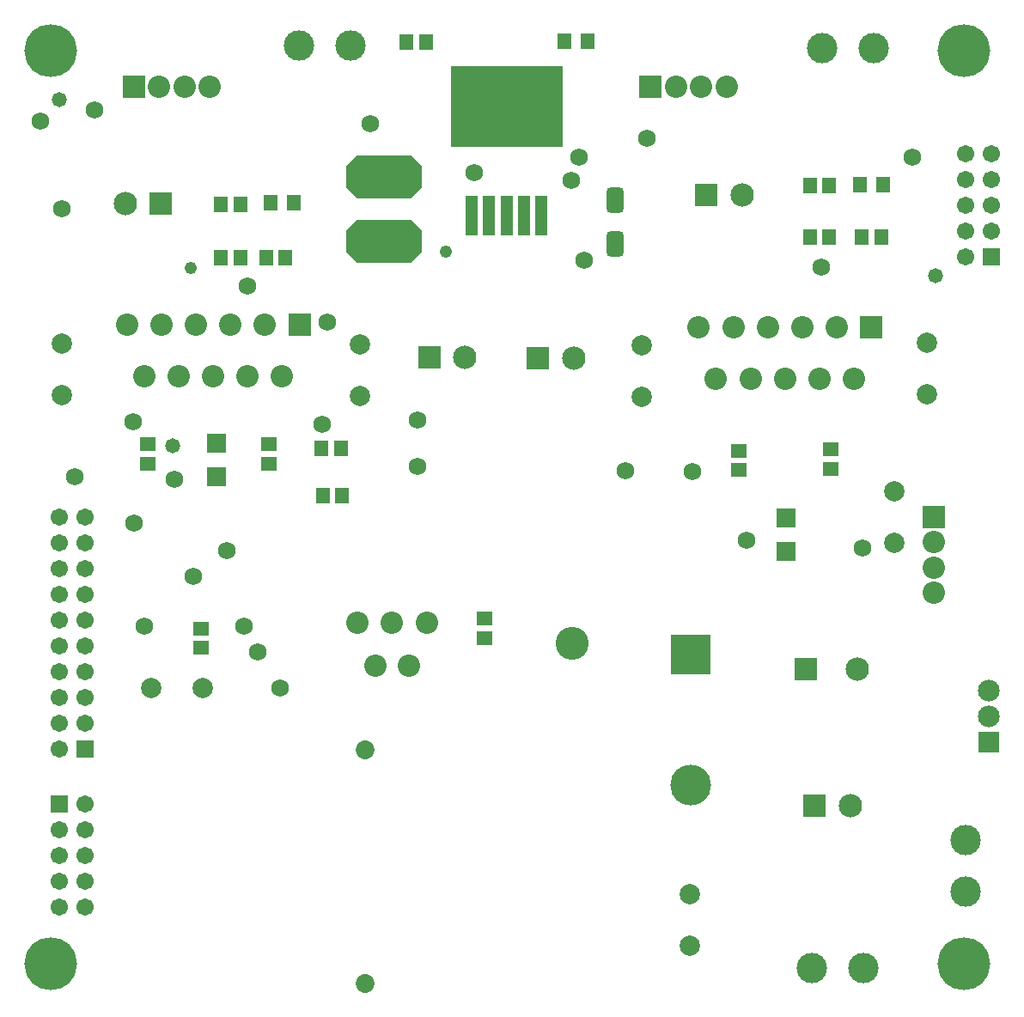
<source format=gts>
G04*
G04 #@! TF.GenerationSoftware,Altium Limited,Altium Designer,21.3.2 (30)*
G04*
G04 Layer_Color=8388736*
%FSTAX44Y44*%
%MOMM*%
G71*
G04*
G04 #@! TF.SameCoordinates,71E4571F-97C7-41C0-9591-7C9436880AE0*
G04*
G04*
G04 #@! TF.FilePolarity,Negative*
G04*
G01*
G75*
%ADD26R,11.0432X8.0832*%
%ADD27R,1.1932X3.9932*%
%ADD28R,1.4732X1.6002*%
%ADD29R,1.4032X1.6032*%
%ADD30R,1.6032X1.4032*%
%ADD31R,1.9032X1.9032*%
G04:AMPARAMS|DCode=32|XSize=7.5032mm|YSize=4.2032mm|CornerRadius=0mm|HoleSize=0mm|Usage=FLASHONLY|Rotation=180.000|XOffset=0mm|YOffset=0mm|HoleType=Round|Shape=Octagon|*
%AMOCTAGOND32*
4,1,8,-3.7516,1.0508,-3.7516,-1.0508,-2.7008,-2.1016,2.7008,-2.1016,3.7516,-1.0508,3.7516,1.0508,2.7008,2.1016,-2.7008,2.1016,-3.7516,1.0508,0.0*
%
%ADD32OCTAGOND32*%

G04:AMPARAMS|DCode=33|XSize=2.5332mm|YSize=1.7532mm|CornerRadius=0.4891mm|HoleSize=0mm|Usage=FLASHONLY|Rotation=270.000|XOffset=0mm|YOffset=0mm|HoleType=Round|Shape=RoundedRectangle|*
%AMROUNDEDRECTD33*
21,1,2.5332,0.7750,0,0,270.0*
21,1,1.5550,1.7532,0,0,270.0*
1,1,0.9782,-0.3875,-0.7775*
1,1,0.9782,-0.3875,0.7775*
1,1,0.9782,0.3875,0.7775*
1,1,0.9782,0.3875,-0.7775*
%
%ADD33ROUNDEDRECTD33*%
%ADD34R,2.2032X2.2032*%
%ADD35C,2.2032*%
%ADD36C,2.9972*%
%ADD37R,1.7032X1.7032*%
%ADD38C,1.7032*%
%ADD39R,2.3032X2.3032*%
%ADD40C,2.3032*%
%ADD41C,2.0032*%
%ADD42C,1.8532*%
%ADD43R,2.2032X2.2032*%
%ADD44C,2.1432*%
%ADD45R,2.1432X2.1432*%
%ADD46R,4.0132X4.0132*%
%ADD47C,4.0132*%
%ADD48C,5.2032*%
%ADD49C,1.7272*%
%ADD50C,1.4732*%
%ADD51C,3.2512*%
%ADD52C,1.2192*%
D26*
X0049911Y008944D02*
D03*
D27*
X0053311Y007869D02*
D03*
X0051611D02*
D03*
X0049911D02*
D03*
X0048211D02*
D03*
X0046511D02*
D03*
D28*
X0057912Y0095885D02*
D03*
X0055626D02*
D03*
X002667Y008001D02*
D03*
X0028956D02*
D03*
X0084709Y0081788D02*
D03*
X0086995D02*
D03*
D29*
X00419754Y00958242D02*
D03*
X00400754D02*
D03*
X00217786Y00798168D02*
D03*
X00236786D02*
D03*
X00217786Y00746098D02*
D03*
X00236786D02*
D03*
X00262236D02*
D03*
X00281236D02*
D03*
X00337116Y00511148D02*
D03*
X00318116D02*
D03*
X00316934Y00558192D02*
D03*
X00335934D02*
D03*
X00868272Y00766418D02*
D03*
X00849272D02*
D03*
X00798264Y00817288D02*
D03*
X00817264D02*
D03*
X00817176Y00766418D02*
D03*
X00798176D02*
D03*
D30*
X00145388Y00561994D02*
D03*
Y00542994D02*
D03*
X00264768Y00561994D02*
D03*
Y00542994D02*
D03*
X0047752Y0037084D02*
D03*
Y0038984D02*
D03*
X00198086Y00361296D02*
D03*
Y00380296D02*
D03*
X00728318Y00536644D02*
D03*
Y00555644D02*
D03*
X00818488Y00537914D02*
D03*
Y00556914D02*
D03*
D31*
X0021336Y005626D02*
D03*
Y005296D02*
D03*
X007747Y0045594D02*
D03*
Y0048894D02*
D03*
D32*
X0037846Y008255D02*
D03*
Y00762D02*
D03*
D33*
X0060579Y007597D02*
D03*
Y008024D02*
D03*
D34*
X0013161Y00914146D02*
D03*
X0064088D02*
D03*
D35*
X0015661D02*
D03*
X0018161D02*
D03*
X0020661D02*
D03*
X0036957Y00343662D02*
D03*
X00403098D02*
D03*
X0042037Y0038608D02*
D03*
X00386334D02*
D03*
X00352298D02*
D03*
X0012504Y0067945D02*
D03*
X0014204Y0062865D02*
D03*
X0015904Y0067945D02*
D03*
X0017604Y0062865D02*
D03*
X0019304Y0067945D02*
D03*
X0021004Y0062865D02*
D03*
X0022704Y0067945D02*
D03*
X0024404Y0062865D02*
D03*
X0026104Y0067945D02*
D03*
X0027804Y0062865D02*
D03*
X0066588Y00914146D02*
D03*
X0069088D02*
D03*
X0071588D02*
D03*
X0068863Y0067691D02*
D03*
X0070563Y0062611D02*
D03*
X0072263Y0067691D02*
D03*
X0073963Y0062611D02*
D03*
X0075663Y0067691D02*
D03*
X0077363Y0062611D02*
D03*
X0079063Y0067691D02*
D03*
X0080763Y0062611D02*
D03*
X0082463Y0067691D02*
D03*
X0084163Y0062611D02*
D03*
X00920496Y00465474D02*
D03*
Y00440474D02*
D03*
Y00415474D02*
D03*
D36*
X0095123Y0017145D02*
D03*
Y0012065D02*
D03*
X008509Y0004572D02*
D03*
X008001D02*
D03*
X0086106Y009525D02*
D03*
X0081026D02*
D03*
X0034544Y0095504D02*
D03*
X0029464D02*
D03*
D37*
X0005842Y0020701D02*
D03*
X0008382Y0026162D02*
D03*
X0097663Y0074676D02*
D03*
D38*
X0008382Y0020701D02*
D03*
X0005842Y0018161D02*
D03*
X0008382D02*
D03*
X0005842Y0015621D02*
D03*
X0008382D02*
D03*
X0005842Y0013081D02*
D03*
X0008382D02*
D03*
X0005842Y0010541D02*
D03*
X0008382D02*
D03*
X0005842Y0026162D02*
D03*
X0008382Y0028702D02*
D03*
X0005842D02*
D03*
X0008382Y0031242D02*
D03*
X0005842D02*
D03*
X0008382Y0033782D02*
D03*
X0005842D02*
D03*
X0008382Y0036322D02*
D03*
X0005842D02*
D03*
X0008382Y0038862D02*
D03*
X0005842D02*
D03*
X0008382Y0041402D02*
D03*
X0005842D02*
D03*
X0008382Y0043942D02*
D03*
X0005842D02*
D03*
X0008382Y0046482D02*
D03*
X0005842D02*
D03*
X0008382Y0049022D02*
D03*
X0005842D02*
D03*
X0095123Y0074676D02*
D03*
X0097663Y0077216D02*
D03*
X0095123D02*
D03*
X0097663Y0079756D02*
D03*
X0095123D02*
D03*
X0097663Y0082296D02*
D03*
X0095123D02*
D03*
X0097663Y0084836D02*
D03*
X0095123D02*
D03*
D39*
X0069624Y0080772D02*
D03*
X0015847Y0079883D02*
D03*
X0080292Y0020574D02*
D03*
X0079375Y0034036D02*
D03*
X0042319Y006477D02*
D03*
X0053015Y0064643D02*
D03*
D40*
X0073124Y0080772D02*
D03*
X0012347Y0079883D02*
D03*
X0083792Y0020574D02*
D03*
X0084455Y0034036D02*
D03*
X0045819Y006477D02*
D03*
X0056515Y0064643D02*
D03*
D41*
X0014859Y0032131D02*
D03*
X0019939D02*
D03*
X0091313Y0066167D02*
D03*
Y0061087D02*
D03*
X0088138Y0051562D02*
D03*
Y0046482D02*
D03*
X0035433Y006604D02*
D03*
Y006096D02*
D03*
X0006096Y00661334D02*
D03*
Y00610534D02*
D03*
X0067945Y0006731D02*
D03*
Y001185D02*
D03*
X0063246Y0060833D02*
D03*
Y0065913D02*
D03*
D42*
X0035941Y0026048D02*
D03*
Y0003048D02*
D03*
D43*
X0029504Y0067945D02*
D03*
X0085863Y0067691D02*
D03*
X00920496Y00490474D02*
D03*
D44*
X00974085Y0031877D02*
D03*
Y0029337D02*
D03*
D45*
Y0026797D02*
D03*
D46*
X0068072Y0035433D02*
D03*
D47*
Y0022606D02*
D03*
D48*
X0095Y0095D02*
D03*
X0005D02*
D03*
X0095Y0005D02*
D03*
X0005D02*
D03*
D49*
X0027559Y0032131D02*
D03*
X0041148Y0058547D02*
D03*
X003175Y0058166D02*
D03*
X0017145Y0052705D02*
D03*
X0084963Y0045974D02*
D03*
X0046736Y0082931D02*
D03*
X0068199Y0053467D02*
D03*
X0022352Y004572D02*
D03*
X0014224Y0038227D02*
D03*
X0024003D02*
D03*
X0007366Y0052959D02*
D03*
X0006096Y0079375D02*
D03*
X0073533Y0046736D02*
D03*
X0041148Y0053975D02*
D03*
X00254Y0035687D02*
D03*
X0061595Y0053594D02*
D03*
X0057531Y0074295D02*
D03*
X0013208Y0048387D02*
D03*
X001905Y004318D02*
D03*
X0032258Y0068199D02*
D03*
X0013081Y005842D02*
D03*
X0009271Y0089154D02*
D03*
X0003937Y0088011D02*
D03*
X0080899Y007366D02*
D03*
X0024384Y0071755D02*
D03*
X0089916Y0084455D02*
D03*
X0057023D02*
D03*
X0036449Y0087757D02*
D03*
X0063754Y008636D02*
D03*
X0056261Y0082169D02*
D03*
D50*
X00170433Y0056006D02*
D03*
X0047752Y0091948D02*
D03*
X0052197D02*
D03*
X0045847Y0089916D02*
D03*
X0053721Y0090043D02*
D03*
X0005842Y009017D02*
D03*
X0092202Y0072771D02*
D03*
D51*
X0056388Y0036576D02*
D03*
D52*
X0043942Y0075184D02*
D03*
X0018796Y0073533D02*
D03*
M02*

</source>
